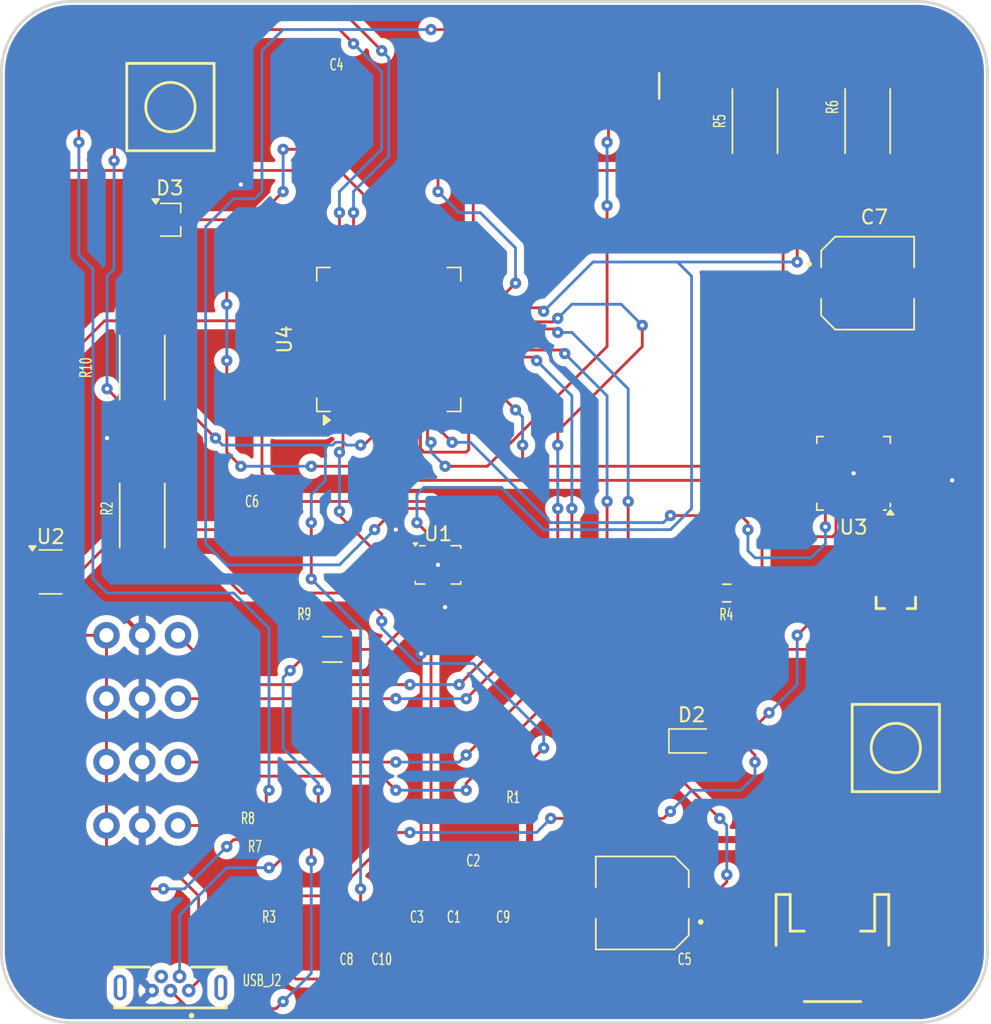
<source format=kicad_pcb>
(kicad_pcb (version 20241229) (generator "pcbnew") (generator_version "9.0")
  (title_block (title "STM32 Drone Flight Controller PCB") (date "2025-10-01") (rev "1") (company "sthabisoslushaba@gmail.com"))
  (layers (0 "F.Cu" signal) (2 "B.Cu" signal) (13 "F.Paste" user) (15 "B.Paste" user) (5 "F.SilkS" user "F.Silkscreen") (7 "B.SilkS" user "B.Silkscreen") (1 "F.Mask" user) (3 "B.Mask" user) (25 "Edge.Cuts" user))
  (net 0 "")
  (net 1 "GND")
  (net 2 "+BATT")
  (net 3 "+3.3V")
  (net 4 "Net-(U2-BP)")
  (net 5 "Net-(U4-NRST)")
  (net 6 "/V_{BATT}")
  (net 7 "/BATTERY_TO_ADC")
  (net 8 "/LED_{BATTERY}")
  (net 9 "Net-(D2-A)")
  (net 10 "/PWM_TO_ESC1")
  (net 11 "/PWM_TO_ESC2")
  (net 12 "/PWM_TO_ESC3")
  (net 13 "/PWM_TO_ESC4")
  (net 16 "/unconnected-(J2-SHIELD-PadS1)_1")
  (net 17 "/unconnected-(J2-SHIELD-PadS1)_1_1")
  (net 18 "Net-(J2-D-)")
  (net 20 "Net-(J2-D+)")
  (net 21 "Net-(Q2-D)")
  (net 22 "/SLAVE_SDA")
  (net 23 "/SLAVE_SCL")
  (net 24 "Net-(R1-Pad2)")
  (net 25 "/USB_D-")
  (net 26 "/USB_D+")
  (net 61 "/USART2_TX")
  (net 64 "/SLAVE_INT1")
  (net 66 "/USART2_RX")
  (net 69 "/unconnected-(U4-VSS-Pad18)_1")
  (net 71 "/unconnected-(U4-VSS-Pad18)_1_1")
  (footprint "Diode_SMD:D_SOD-323" (layer "F.Cu") (at 171 122.5)
    (property "Reference" "D2")
    (property "Value" "BAT60A")
  )
  (footprint "100nF_CAPC1005X55N:CAPC1005X55N" (layer "F.Cu") (at 145.5 136.5 90)
    (property "Reference" "C8")
    (property "Value" "0.1uF")
  )
  (footprint "100nF_CAPC1005X55N:CAPC1005X55N" (layer "F.Cu") (at 155 136.5 90)
    (property "Reference" "C1")
    (property "Value" "100nF")
  )
  (footprint "22OhmERJXGNJ220Y:RES_ERJXGNJ220Y" (layer "F.Cu") (at 141 127.5)
    (property "Reference" "R8")
    (property "Value" "22")
  )
  (footprint "100nF_CAPC1005X55N:CAPC1005X55N" (layer "F.Cu") (at 149 136.5 90)
    (property "Reference" "C10")
    (property "Value" "0.1uF")
  )
  (footprint "33kOhmsERJS02F3302X:RES_ERJS02F3302X" (layer "F.Cu") (at 159.5 126.5 90)
    (property "Reference" "R1")
    (property "Value" "R33k")
  )
  (footprint "Package_TO_SOT_SMD:SOT-23-5" (layer "F.Cu") (at 125.5 110.5)
    (property "Reference" "U2")
    (property "Value" "MIC5219-3.3YM5")
  )
  (footprint "SparkFun-Switch:Push_SMD_6.2x6.2mm" (layer "F.Cu") (at 185.5 123 90)
    (property "Reference" "SW1")
    (property "Value" "SMD_6.2x6.2mm_h7.0mm")
  )
  (footprint "10K_ERJS1TJ103U:RES_ERJS1TJ103U" (layer "F.Cu") (at 175.5 78.5 90)
    (property "Reference" "R5")
    (property "Value" "10k")
  )
  (footprint "SparkFun-Connector:JST_1x02_P2.0mm_Horizontal_SMD" (layer "F.Cu") (at 181 138 180)
    (property "Reference" "J1")
    (property "Value" "JST_2mm_LiPo")
  )
  (footprint "100kohmsCR0201-JW-104GLF:RESC0603X26N" (layer "F.Cu") (at 141 133.5 180)
    (property "Reference" "R3")
    (property "Value" "100k")
  )
  (footprint "10uF_EEEFN1J100L:CAP_EEEFN1J100L" (layer "F.Cu") (at 183.5 90)
    (property "Reference" "C7")
    (property "Value" "10uF")
  )
  (footprint "SparkFun-Semiconductor-Standard:SOT23-3" (layer "F.Cu") (at 185.5 112.4 -90)
    (property "Reference" "Q2")
    (property "Value" "PMOS_DGS")
  )
  (footprint "10uF_EEEFN1J100L:CAP_EEEFN1J100L" (layer "F.Cu") (at 167.5 134 180)
    (property "Reference" "C5")
    (property "Value" "10uF")
  )
  (footprint "22OhmERJXGNJ220Y:RES_ERJXGNJ220Y" (layer "F.Cu") (at 141 129.5 180)
    (property "Reference" "R7")
    (property "Value" "22")
  )
  (footprint "SparkFun-Connector:1x03_P2.54mm" (layer "F.Cu") (at 134.54 115 180)
    (property "Reference" "ESC4")
    (property "Value" "Conn_01x03_Pin")
  )
  (footprint "10K_ERJS1TJ103U:RES_ERJS1TJ103U" (layer "F.Cu") (at 132 96 90)
    (property "Reference" "R10")
    (property "Value" "10k")
  )
  (footprint "100nF_CAPC1005X55N:CAPC1005X55N" (layer "F.Cu") (at 151.85 136.5 90)
    (property "Reference" "C3")
    (property "Value" "100nF")
  )
  (footprint "1kOhmsERJU06J102V:RES_ERJU06J102V" (layer "F.Cu") (at 173.5 112 180)
    (property "Reference" "R4")
    (property "Value" "R1k")
  )
  (footprint "10nF_CL10B103KC8NNNC:CAPC1608X90N" (layer "F.Cu") (at 146 77)
    (property "Reference" "C4")
    (property "Value" "10nF")
  )
  (footprint "SparkFun-Connector:1x03_P2.54mm" (layer "F.Cu") (at 134.54 128.5 180)
    (property "Reference" "ESC3")
    (property "Value" "Conn_01x03_Pin")
  )
  (footprint "1K5OhmSG73P2BTTD1501F:RESC3216X70N" (layer "F.Cu") (at 145.5 116)
    (property "Reference" "R9")
    (property "Value" "1k5")
  )
  (footprint "Package_LGA:LGA-14_3x2.5mm_P0.5mm_LayoutBorder3x4y" (layer "F.Cu") (at 153 110)
    (property "Reference" "U1")
    (property "Value" "LSM6DS3")
  )
  (footprint "10K_ERJS1TJ103U:RES_ERJS1TJ103U" (layer "F.Cu") (at 183.5 78.5 90)
    (property "Reference" "R6")
    (property "Value" "10k")
  )
  (footprint "47uF_CL21A476MQYNNNE:CAPC2012X145N" (layer "F.Cu") (at 158.5 132 180)
    (property "Reference" "C2")
    (property "Value" "47uF")
  )
  (footprint "SparkFun-LED:LED_1206_3216Metric_Red" (layer "F.Cu") (at 166.5 76 180)
    (property "Reference" "D1")
    (property "Value" "LED")
  )
  (footprint "470pF_CL10B471KB8NNNC:CAPC1608X90N" (layer "F.Cu") (at 140 107.5)
    (property "Reference" "C6")
    (property "Value" "470pF")
  )
  (footprint "SparkFun-Connector:1x03_P2.54mm" (layer "F.Cu") (at 134.54 124 180)
    (property "Reference" "ESC1")
    (property "Value" "Conn_01x03_Pin")
  )
  (footprint "USB3131-30-0230-A_REVB:GCT_USB3131-30-0230-A_REVB" (layer "F.Cu") (at 134 140 180)
    (property "Reference" "USB_J2")
    (property "Value" "USB3131-30-0230-A_REVB" (hide yes))
  )
  (footprint "Package_QFP:LQFP-64_10x10mm_P0.5mm" (layer "F.Cu") (at 149.5 94 90)
    (property "Reference" "U4")
    (property "Value" "STM32F415RGTx")
  )
  (footprint "SparkFun-Switch:Push_SMD_6.2x6.2mm" (layer "F.Cu") (at 134 77.5 180)
    (property "Reference" "SW2")
    (property "Value" "SMD_6.2x6.2mm_h7.0mm")
  )
  (footprint "SparkFun-Connector:1x03_P2.54mm" (layer "F.Cu") (at 134.54 119.5 180)
    (property "Reference" "ESC2")
    (property "Value" "Conn_01x03_Pin")
  )
  (footprint "Package_TO_SOT_SMD:SOT-323_SC-70" (layer "F.Cu") (at 134 85.5)
    (property "Reference" "D3")
    (property "Value" "BAT54CW")
  )
  (footprint "10K_ERJS1TJ103U:RES_ERJS1TJ103U" (layer "F.Cu") (at 132 106.5 90)
    (property "Reference" "R2")
    (property "Value" "R10k")
  )
  (footprint "Package_DFN_QFN:QFN-32-1EP_5x5mm_P0.5mm_EP3.45x3.45mm" (layer "F.Cu") (at 182.5 103.5 180)
    (property "Reference" "U3")
    (property "Value" "ESP8266EX")
  )
  (footprint "100nF_CAPC1005X55N:CAPC1005X55N" (layer "F.Cu") (at 158.5 136.5 90)
    (property "Reference" "C9")
    (property "Value" "0.1uF")
  )
  (gr_line (start 192 135) (end 192 137.5) (stroke (width 0.2)) (layer "Edge.Cuts"))
  (gr_line (start 122 135) (end 122 137.5) (stroke (width 0.2)) (layer "Edge.Cuts"))
  (gr_line (start 187 142.5) (end 127 142.5) (stroke (width 0.2)) (layer "Edge.Cuts"))
  (gr_arc (start 127 142.5) (mid 123.464466 141.035534) (end 122 137.5) (stroke (width 0.2)) (layer "Edge.Cuts"))
  (gr_arc (start 192 137.5) (mid 190.535534 141.035534) (end 187 142.5) (stroke (width 0.2)) (layer "Edge.Cuts"))
  (gr_arc (start 122 75) (mid 123.464466 71.464466) (end 127 70) (stroke (width 0.2)) (layer "Edge.Cuts"))
  (gr_line (start 122 135) (end 122 75) (stroke (width 0.2)) (layer "Edge.Cuts"))
  (gr_arc (start 187 70) (mid 190.535534 71.464466) (end 192 75) (stroke (width 0.2)) (layer "Edge.Cuts"))
  (gr_line (start 192 75) (end 192 135) (stroke (width 0.2)) (layer "Edge.Cuts"))
  (gr_line (start 127 70) (end 187 70) (stroke (width 0.2)) (layer "Edge.Cuts"))
  (segment (start 149 136.068) (end 151.8 133.268) (width 0.2) (layer "F.Cu") (net 1))
  (segment (start 142.25 95.75) (end 142 96) (width 0.3) (layer "F.Cu") (net 1))
  (segment (start 131 114) (end 132 115) (width 0.3) (layer "F.Cu") (net 1))
  (segment (start 151.25 109.25) (end 151 109.5) (width 0.2) (layer "F.Cu") (net 1))
  (segment (start 124.3625 110.5) (end 125.035678 110.5) (width 0.3) (layer "F.Cu") (net 1))
  (segment (start 131 113) (end 131 114) (width 0.3) (layer "F.Cu") (net 1))
  (segment (start 125.624 111.088322) (end 125.624 111.811678) (width 0.3) (layer "F.Cu") (net 1))
  (segment (start 139 134.5) (end 140.568 136.068) (width 0.2) (layer "F.Cu") (net 1))
  (segment (start 143.825 95.75) (end 142.25 95.75) (width 0.3) (layer "F.Cu") (net 1))
  (segment (start 153.5 113) (end 153.5 112) (width 0.2) (layer "F.Cu") (net 1))
  (segment (start 125.624 111.811678) (end 126.812322 113) (width 0.3) (layer "F.Cu") (net 1))
  (segment (start 140.568 136.068) (end 145.5 136.068) (width 0.2) (layer "F.Cu") (net 1))
  (segment (start 151.8 133.268) (end 151.8 116.3) (width 0.2) (layer "F.Cu") (net 1))
  (segment (start 125.035678 110.5) (end 125.624 111.088322) (width 0.3) (layer "F.Cu") (net 1))
  (segment (start 126.812322 113) (end 131 113) (width 0.3) (layer "F.Cu") (net 1))
  (segment (start 153 110.9125) (end 153 111.5) (width 0.2) (layer "F.Cu") (net 1))
  (segment (start 153.5 112) (end 153.5 110.9125) (width 0.2) (layer "F.Cu") (net 1))
  (segment (start 140.719 133.5) (end 140 133.5) (width 0.2) (layer "F.Cu") (net 1))
  (segment (start 151.8375 109.25) (end 151.25 109.25) (width 0.2) (layer "F.Cu") (net 1))
  (segment (start 153 111.5) (end 153.5 112) (width 0.2) (layer "F.Cu") (net 1))
  (segment (start 140 133.5) (end 139 134.5) (width 0.2) (layer "F.Cu") (net 1))
  (via (at 153 110) (size 0.8) (drill 0.3) (layers "F.Cu" "B.Cu") (net 1))
  (via blind (at 151.8 116.3) (size 0.8) (drill 0.3) (layers "F.Cu" "B.Cu") (net 1))
  (via blind (at 153.5 113) (size 0.8) (drill 0.3) (layers "F.Cu" "B.Cu") (net 1))
  (via (at 139 83) (size 0.8) (drill 0.3) (layers "F.Cu" "B.Cu") (net 1))
  (via (at 182.5 103.5) (size 0.8) (drill 0.3) (layers "F.Cu" "B.Cu") (net 1))
  (via (at 150 107.5) (size 0.8) (drill 0.3) (layers "F.Cu" "B.Cu") (net 1))
  (via (at 129.5 101) (size 0.8) (drill 0.3) (layers "F.Cu" "B.Cu") (net 1))
  (via (at 189.5 104) (size 0.8) (drill 0.3) (layers "F.Cu" "B.Cu") (net 1))
  (segment (start 151.8 116.3) (end 153.2 116.3) (width 0.2) (layer "B.Cu") (net 1))
  (segment (start 153.2 116.3) (end 153.5 116) (width 0.2) (layer "B.Cu") (net 1))
  (segment (start 153.5 116) (end 153.5 113) (width 0.2) (layer "B.Cu") (net 1))
  (segment (start 123.45 111.45) (end 124.3625 111.45) (width 0.2) (layer "F.Cu") (net 2))
  (segment (start 173 135) (end 173 138) (width 0.2) (layer "F.Cu") (net 2))
  (segment (start 171.599 139.401) (end 142.901 139.401) (width 0.2) (layer "F.Cu") (net 2))
  (segment (start 172 134) (end 173.5 132.5) (width 0.2) (layer "F.Cu") (net 2))
  (segment (start 131 132) (end 134.5 132) (width 0.2) (layer "F.Cu") (net 2))
  (segment (start 146 82) (end 148.75 84.75) (width 0.2) (layer "F.Cu") (net 2))
  (segment (start 134.5 132) (end 136 133.5) (width 0.2) (layer "F.Cu") (net 2))
  (segment (start 126.5 82) (end 146 82) (width 0.2) (layer "F.Cu") (net 2))
  (segment (start 129.46 124) (end 129.46 128.5) (width 0.2) (layer "F.Cu") (net 2))
  (segment (start 123 110) (end 123 111) (width 0.2) (layer "F.Cu") (net 2))
  (segment (start 136 139.52) (end 135.3 140.22) (width 0.2) (layer "F.Cu") (net 2))
  (segment (start 169.95 120.05) (end 174 116) (width 0.2) (layer "F.Cu") (net 2))
  (segment (start 170 134) (end 172 134) (width 0.2) (layer "F.Cu") (net 2))
  (segment (start 173 138) (end 171.599 139.401) (width 0.2) (layer "F.Cu") (net 2))
  (segment (start 172 134) (end 173 135) (width 0.2) (layer "F.Cu") (net 2))
  (segment (start 129.46 119.5) (end 129.46 124) (width 0.2) (layer "F.Cu") (net 2))
  (segment (start 173.5 132.5) (end 173.5 132) (width 0.2) (layer "F.Cu") (net 2))
  (segment (start 123.45 109.55) (end 123 110) (width 0.2) (layer "F.Cu") (net 2))
  (segment (start 183 116) (end 185.5 113.5) (width 0.2) (layer "F.Cu") (net 2))
  (segment (start 124.3625 113.3625) (end 126 115) (width 0.2) (layer "F.Cu") (net 2))
  (segment (start 139.5 136) (end 136 136) (width 0.2) (layer "F.Cu") (net 2))
  (segment (start 169.95 122.5) (end 169.95 124.95) (width 0.2) (layer "F.Cu") (net 2))
  (segment (start 124.3625 84.1375) (end 126.5 82) (width 0.2) (layer "F.Cu") (net 2))
  (segment (start 123 111) (end 123.45 111.45) (width 0.2) (layer "F.Cu") (net 2))
  (segment (start 169.95 124.95) (end 173 128) (width 0.2) (layer "F.Cu") (net 2))
  (segment (start 126 115) (end 129.46 115) (width 0.2) (layer "F.Cu") (net 2))
  (segment (start 124.3625 111.45) (end 124.3625 113.3625) (width 0.2) (layer "F.Cu") (net 2))
  (segment (start 129.46 130.46) (end 131 132) (width 0.2) (layer "F.Cu") (net 2))
  (segment (start 136 136) (end 136 139.52) (width 0.2) (layer "F.Cu") (net 2))
  (segment (start 124.3625 109.55) (end 123.45 109.55) (width 0.2) (layer "F.Cu") (net 2))
  (segment (start 129.46 128.5) (end 129.46 130.46) (width 0.2) (layer "F.Cu") (net 2))
  (segment (start 136 133.5) (end 136 136) (width 0.2) (layer "F.Cu") (net 2))
  (segment (start 124.3625 109.55) (end 124.3625 84.1375) (width 0.2) (layer "F.Cu") (net 2))
  (segment (start 174 116) (end 183 116) (width 0.2) (layer "F.Cu") (net 2))
  (segment (start 142.901 139.401) (end 139.5 136) (width 0.2) (layer "F.Cu") (net 2))
  (segment (start 129.46 115) (end 129.46 119.5) (width 0.2) (layer "F.Cu") (net 2))
  (segment (start 148.75 84.75) (end 148.75 88.325) (width 0.2) (layer "F.Cu") (net 2))
  (segment (start 169.95 122.5) (end 169.95 120.05) (width 0.2) (layer "F.Cu") (net 2))
  (via blind (at 173.5 132) (size 0.8) (drill 0.3) (layers "F.Cu" "B.Cu") (net 2))
  (via blind (at 173 128) (size 0.8) (drill 0.3) (layers "F.Cu" "B.Cu") (net 2))
  (segment (start 173.5 132) (end 173.5 128.5) (width 0.2) (layer "B.Cu") (net 2))
  (segment (start 173.5 128.5) (end 173 128) (width 0.2) (layer "B.Cu") (net 2))
  (segment (start 155.175 99.675) (end 155.175 100) (width 0.2) (layer "F.Cu") (net 3))
  (segment (start 154.5 114) (end 154.5 111.0875) (width 0.2) (layer "F.Cu") (net 3))
  (segment (start 177.5 100) (end 179.25 101.75) (width 0.2) (layer "F.Cu") (net 3))
  (segment (start 185.676 104.964798) (end 185.676 104.535202) (width 0.2) (layer "F.Cu") (net 3))
  (segment (start 152 113) (end 152.5 113) (width 0.2) (layer "F.Cu") (net 3))
  (segment (start 155 102) (end 155.175 101.825) (width 0.2) (layer "F.Cu") (net 3))
  (segment (start 177.5 99) (end 177.5 100) (width 0.2) (layer "F.Cu") (net 3))
  (segment (start 185.676 104.535202) (end 185.390798 104.25) (width 0.2) (layer "F.Cu") (net 3))
  (segment (start 152.5 105.5) (end 142.5 105.5) (width 0.2) (layer "F.Cu") (net 3))
  (segment (start 179.25 101.75) (end 180.0625 101.75) (width 0.2) (layer "F.Cu") (net 3))
  (segment (start 145.5 136.932) (end 145.5 138.5) (width 0.2) (layer "F.Cu") (net 3))
  (segment (start 177.5 90.5) (end 177.5 84.5) (width 0.2) (layer "F.Cu") (net 3))
  (segment (start 185.390798 105.25) (end 185.676 104.964798) (width 0.2) (layer "F.Cu") (net 3))
  (segment (start 184.9375 105.25) (end 185.390798 105.25) (width 0.2) (layer "F.Cu") (net 3))
  (segment (start 154.25 96.75) (end 153.5 97.5) (width 0.2) (layer "F.Cu") (net 3))
  (segment (start 175.325 82) (end 175.5 81.825) (width 0.2) (layer "F.Cu") (net 3))
  (segment (start 177.5 84.5) (end 180.825 84.5) (width 0.2) (layer "F.Cu") (net 3))
  (segment (start 141.5 100.5) (end 140.5 99.5) (width 0.2) (layer "F.Cu") (net 3))
  (segment (start 152 102) (end 155 102) (width 0.2) (layer "F.Cu") (net 3))
  (segment (start 156.5 76) (end 157.472 76) (width 0.2) (layer "F.Cu") (net 3))
  (segment (start 145.75 99.675) (end 145.75 98.866176) (width 0.2) (layer "F.Cu") (net 3))
  (segment (start 151 139) (end 151.85 138.15) (width 0.2) (layer "F.Cu") (net 3))
  (segment (start 157.472 79.972) (end 159.5 82) (width 0.2) (layer "F.Cu") (net 3))
  (segment (start 181.640798 99) (end 177.5 99) (width 0.2) (layer "F.Cu") (net 3))
  (segment (start 152.5 136.37601) (end 151.94401 136.932) (width 0.2) (layer "F.Cu") (net 3))
  (segment (start 180.825 84.5) (end 181 84.325) (width 0.2) (layer "F.Cu") (net 3))
  (segment (start 178 90) (end 177.5 90.5) (width 0.2) (layer "F.Cu") (net 3))
  (segment (start 129.325 92.675) (end 132 92.675) (width 0.2) (layer "F.Cu") (net 3))
  (segment (start 183.25 100.609202) (end 181.640798 99) (width 0.2) (layer "F.Cu") (net 3))
  (segment (start 152.5 114) (end 152.5 114.5) (width 0.2) (layer "F.Cu") (net 3))
  (segment (start 187.5 102.5) (end 186.75 103.25) (width 0.2) (layer "F.Cu") (net 3))
  (segment (start 155.5 110.5) (end 155.25 110.75) (width 0.2) (layer "F.Cu") (net 3))
  (segment (start 131.5 86.5) (end 131.5 92.175) (width 0.2) (layer "F.Cu") (net 3))
  (segment (start 154 107.5) (end 155.5 107.5) (width 0.2) (layer "F.Cu") (net 3))
  (segment (start 127 109.1875) (end 127 95) (width 0.2) (layer "F.Cu") (net 3))
  (segment (start 183.535202 106.676) (end 184.464798 106.676) (width 0.2) (layer "F.Cu") (net 3))
  (segment (start 146.616176 98) (end 151 98) (width 0.2) (layer "F.Cu") (net 3))
  (segment (start 183.25 101.0625) (end 183.25 100.609202) (width 0.2) (layer "F.Cu") (net 3))
  (segment (start 183.25 105.9375) (end 183.25 106.390798) (width 0.2) (layer "F.Cu") (net 3))
  (segment (start 177 84.5) (end 177.5 84.5) (width 0.2) (layer "F.Cu") (net 3))
  (segment (start 155.175 90.25) (end 154.366176 90.25) (width 0.2) (layer "F.Cu") (net 3))
  (segment (start 142.5 105.5) (end 140.5 103.5) (width 0.2) (layer "F.Cu") (net 3))
  (segment (start 140.175 92.675) (end 132 92.675) (width 0.2) (layer "F.Cu") (net 3))
  (segment (start 151.94401 136.932) (end 151.85 136.932) (width 0.2) (layer "F.Cu") (net 3))
  (segment (start 140.5 103.5) (end 140.5 99.5) (width 0.2) (layer "F.Cu") (net 3))
  (segment (start 182.75 105.9375) (end 183.25 105.9375) (width 0.2) (layer "F.Cu") (net 3))
  (segment (start 151.75 99.675) (end 151.75 101.75) (width 0.2) (layer "F.Cu") (net 3))
  (segment (start 152.5 114) (end 153 114.5) (width 0.2) (layer "F.Cu") (net 3))
  (segment (start 155 136.932) (end 151.85 136.932) (width 0.2) (layer "F.Cu") (net 3))
  (segment (start 140.5 96.5) (end 140.5 93) (width 0.2) (layer "F.Cu") (net 3))
  (segment (start 184.9375 104.25) (end 184.9375 103.75) (width 0.2) (layer "F.Cu") (net 3))
  (segment (start 184.464798 106.676) (end 184.9375 106.203298) (width 0.2) (layer "F.Cu") (net 3))
  (segment (start 177.5 90.5) (end 177.5 99) (width 0.2) (layer "F.Cu") (net 3))
  (segment (start 145.75 88.325) (end 141.175 88.325) (width 0.2) (layer "F.Cu") (net 3))
  (segment (start 153 114.5) (end 154 114.5) (width 0.2) (layer "F.Cu") (net 3))
  (segment (start 155.175 101.825) (end 155.175 100) (width 0.2) (layer "F.Cu") (net 3))
  (segment (start 145.75 98.866176) (end 146.616176 98) (width 0.2) (layer "F.Cu") (net 3))
  (segment (start 140.5 89) (end 140.5 93) (width 0.2) (layer "F.Cu") (net 3))
  (segment (start 131.85 86.15) (end 131.5 86.5) (width 0.2) (layer "F.Cu") (net 3))
  (segment (start 185.390798 104.25) (end 184.9375 104.25) (width 0.2) (layer "F.Cu") (net 3))
  (segment (start 154.25 96.75) (end 155.175 96.75) (width 0.2) (layer "F.Cu") (net 3))
  (segment (start 154.366176 90.25) (end 153.5 91.116176) (width 0.2) (layer "F.Cu") (net 3))
  (segment (start 153.5 98) (end 155.175 99.675) (width 0.2) (layer "F.Cu") (net 3))
  (segment (start 141.75 97.75) (end 140.5 96.5) (width 0.2) (layer "F.Cu") (net 3))
  (segment (start 143.825 97.75) (end 141.75 97.75) (width 0.2) (layer "F.Cu") (net 3))
  (segment (start 175.5 81.825) (end 175.5 83) (width 0.2) (layer "F.Cu") (net 3))
  (segment (start 155.5 107.5) (end 155.5 110.5) (width 0.2) (layer "F.Cu") (net 3))
  (segment (start 153.5 107) (end 154 107.5) (width 0.2) (layer "F.Cu") (net 3))
  (segment (start 152.5 114.5) (end 152.5 136.37601) (width 0.2) (layer "F.Cu") (net 3))
  (segment (start 159.5 82) (end 175.325 82) (width 0.2) (layer "F.Cu") (net 3))
  (segment (start 127 95) (end 129.325 92.675) (width 0.2) (layer "F.Cu") (net 3))
  (segment (start 151.85 138.15) (end 151.85 136.932) (width 0.2) (layer "F.Cu") (net 3))
  (segment (start 187 99) (end 187.5 99.5) (width 0.2) (layer "F.Cu") (net 3))
  (segment (start 187.5 99.5) (end 187.5 102.5) (width 0.2) (layer "F.Cu") (net 3))
  (segment (start 156.032824 96.799) (end 155.175 96.799) (width 0.2) (layer "F.Cu") (net 3))
  (segment (start 155.5 89.925) (end 155.5 77) (width 0.2) (layer "F.Cu") (net 3))
  (segment (start 151.75 101.75) (end 152 102) (width 0.2) (layer "F.Cu") (net 3))
  (segment (start 153.5 91.116176) (end 153.5 96) (width 0.2) (layer "F.Cu") (net 3))
  (segment (start 184.9375 106.203298) (end 184.9375 105.25) (width 0.2) (layer "F.Cu") (net 3))
  (segment (start 149 116) (end 152 113) (width 0.2) (layer "F.Cu") (net 3))
  (segment (start 141.175 88.325) (end 140.5 89) (width 0.2) (layer "F.Cu") (net 3))
  (segment (start 181 90) (end 178 90) (width 0.2) (layer "F.Cu") (net 3))
  (segment (start 181 84.325) (end 183.5 81.825) (width 0.2) (layer "F.Cu") (net 3))
  (segment (start 184.9375 103.75) (end 184.9375 103.25) (width 0.2) (layer "F.Cu") (net 3))
  (segment (start 157.472 76) (end 157.472 79.972) (width 0.2) (layer "F.Cu") (net 3))
  (segment (start 145.5 138.5) (end 146 139) (width 0.2) (layer "F.Cu") (net 3))
  (segment (start 155.175 90.25) (end 155.5 89.925) (width 0.2) (layer "F.Cu") (net 3))
  (segment (start 153.5 97.5) (end 153.5 98) (width 0.2) (layer "F.Cu") (net 3))
  (segment (start 154.5 111.0875) (end 154.1625 110.75) (width 0.2) (layer "F.Cu") (net 3))
  (segment (start 183.25 106.390798) (end 183.535202 106.676) (width 0.2) (layer "F.Cu") (net 3))
  (segment (start 155 136.932) (end 158.5 136.932) (width 0.2) (layer "F.Cu") (net 3))
  (segment (start 151.799 99.675) (end 151.75 99.675) (width 0.2) (layer "F.Cu") (net 3))
  (segment (start 145.75 99.675) (end 144.925 100.5) (width 0.2) (layer "F.Cu") (net 3))
  (segment (start 181.640798 99) (end 187 99) (width 0.2) (layer "F.Cu") (net 3))
  (segment (start 131.5 92.175) (end 132 92.675) (width 0.2) (layer "F.Cu") (net 3))
  (segment (start 133 86.15) (end 131.85 86.15) (width 0.2) (layer "F.Cu") (net 3))
  (segment (start 152.5 113) (end 152.5 114) (width 0.2) (layer "F.Cu") (net 3))
  (segment (start 153.5 109.0875) (end 153.5 108) (width 0.2) (layer "F.Cu") (net 3))
  (segment (start 151 98) (end 151.75 98.75) (width 0.2) (layer "F.Cu") (net 3))
  (segment (start 175.5 83) (end 177 84.5) (width 0.2) (layer "F.Cu") (net 3))
  (segment (start 151.75 98.75) (end 151.75 99.675) (width 0.2) (layer "F.Cu") (net 3))
  (segment (start 155.25 110.75) (end 154.1625 110.75) (width 0.2) (layer "F.Cu") (net 3))
  (segment (start 153.5 96) (end 154.25 96.75) (width 0.2) (layer "F.Cu") (net 3))
  (segment (start 155.5 77) (end 156.5 76) (width 0.2) (layer "F.Cu") (net 3))
  (segment (start 153.5 106.5) (end 152.5 105.5) (width 0.2) (layer "F.Cu") (net 3))
  (segment (start 140.5 93) (end 140.175 92.675) (width 0.2) (layer "F.Cu") (net 3))
  (segment (start 154 114.5) (end 154.5 114) (width 0.2) (layer "F.Cu") (net 3))
  (segment (start 144.925 100.5) (end 141.5 100.5) (width 0.2) (layer "F.Cu") (net 3))
  (segment (start 147.028 116) (end 149 116) (width 0.2) (layer "F.Cu") (net 3))
  (segment (start 126.6375 109.55) (end 127 109.1875) (width 0.2) (layer "F.Cu") (net 3))
  (segment (start 153.5 108) (end 153.5 106.5) (width 0.2) (layer "F.Cu") (net 3))
  (segment (start 186.75 103.25) (end 184.9375 103.25) (width 0.2) (layer "F.Cu") (net 3))
  (segment (start 152.5 110.9125) (end 152.5 113) (width 0.2) (layer "F.Cu") (net 3))
  (segment (start 146 139) (end 151 139) (width 0.2) (layer "F.Cu") (net 3))
  (segment (start 140.5 99.5) (end 140.5 96.5) (width 0.2) (layer "F.Cu") (net 3))
  (segment (start 155.175 96.799) (end 155.175 96.75) (width 0.2) (layer "F.Cu") (net 3))
  (segment (start 126.6375 111.45) (end 130.5875 107.5) (width 0.2) (layer "F.Cu") (net 4))
  (segment (start 130.5875 107.5) (end 139.22 107.5) (width 0.2) (layer "F.Cu") (net 4))
  (segment (start 129.5 97.5) (end 131.325 99.325) (width 0.2) (layer "F.Cu") (net 5))
  (segment (start 147.932 136.932) (end 147.5 136.5) (width 0.2) (layer "F.Cu") (net 5))
  (segment (start 149 136.932) (end 147.932 136.932) (width 0.2) (layer "F.Cu") (net 5))
  (segment (start 147.5 101.5) (end 147.733824 101.5) (width 0.2) (layer "F.Cu") (net 5))
  (segment (start 147.733824 101.5) (end 148.75 100.483824) (width 0.2) (layer "F.Cu") (net 5))
  (segment (start 144 111) (end 144 107) (width 0.2) (layer "F.Cu") (net 5))
  (segment (start 130.025 79.75) (end 130.025 81.275) (width 0.2) (layer "F.Cu") (net 5))
  (segment (start 132 99.325) (end 135.525 99.325) (width 0.2) (layer "F.Cu") (net 5))
  (segment (start 148.75 100.483824) (end 148.75 99.675) (width 0.2) (layer "F.Cu") (net 5))
  (segment (start 130.025 81.275) (end 130 81.3) (width 0.2) (layer "F.Cu") (net 5))
  (segment (start 130.025 79.75) (end 137.975 79.75) (width 0.2) (layer "F.Cu") (net 5))
  (segment (start 135.525 99.325) (end 137.2 101) (width 0.2) (layer "F.Cu") (net 5))
  (segment (start 147.5 136.5) (end 147.5 133) (width 0.2) (layer "F.Cu") (net 5))
  (segment (start 131.325 99.325) (end 132 99.325) (width 0.2) (layer "F.Cu") (net 5))
  (via blind (at 144 107) (size 0.8) (drill 0.3) (layers "F.Cu" "B.Cu") (net 5))
  (via blind (at 130 81.3) (size 0.8) (drill 0.3) (layers "F.Cu" "B.Cu") (net 5))
  (via blind (at 129.5 97.5) (size 0.8) (drill 0.3) (layers "F.Cu" "B.Cu") (net 5))
  (via blind (at 144 111) (size 0.8) (drill 0.3) (layers "F.Cu" "B.Cu") (net 5))
  (via blind (at 147.5 101.5) (size 0.8) (drill 0.3) (layers "F.Cu" "B.Cu") (net 5))
  (via blind (at 147.5 133) (size 0.8) (drill 0.3) (layers "F.Cu" "B.Cu") (net 5))
  (via blind (at 137.2 101) (size 0.8) (drill 0.3) (layers "F.Cu" "B.Cu") (net 5))
  (segment (start 137.2 101) (end 137.7 101.5) (width 0.2) (layer "B.Cu") (net 5))
  (segment (start 145.508636 101.5) (end 145.709636 101.299) (width 0.2) (layer "B.Cu") (net 5))
  (segment (start 144 107) (end 144 105) (width 0.2) (layer "B.Cu") (net 5))
  (segment (start 146.491364 101.5) (end 147.5 101.5) (width 0.2) (layer "B.Cu") (net 5))
  (segment (start 130 89) (end 129.5 89.5) (width 0.2) (layer "B.Cu") (net 5))
  (segment (start 145 104) (end 145 101.5) (width 0.2) (layer "B.Cu") (net 5))
  (segment (start 145 101.5) (end 145.508636 101.5) (width 0.2) (layer "B.Cu") (net 5))
  (segment (start 137.7 101.5) (end 145 101.5) (width 0.2) (layer "B.Cu") (net 5))
  (segment (start 147.5 114.5) (end 144 111) (width 0.2) (layer "B.Cu") (net 5))
  (segment (start 144 105) (end 145 104) (width 0.2) (layer "B.Cu") (net 5))
  (segment (start 129.5 89.5) (end 129.5 97.5) (width 0.2) (layer "B.Cu") (net 5))
  (segment (start 145.709636 101.299) (end 146.290364 101.299) (width 0.2) (layer "B.Cu") (net 5))
  (segment (start 147.5 133) (end 147.5 114.5) (width 0.2) (layer "B.Cu") (net 5))
  (segment (start 130 81.3) (end 130 89) (width 0.2) (layer "B.Cu") (net 5))
  (segment (start 146.290364 101.299) (end 146.491364 101.5) (width 0.2) (layer "B.Cu") (net 5))
  (segment (start 176 129.5) (end 180 133.5) (width 0.5) (layer "F.Cu") (net 6))
  (segment (start 180 128) (end 180 134.8) (width 0.5) (layer "F.Cu") (net 6))
  (segment (start 159.5 131.9) (end 159.4 132) (width 0.5) (layer "F.Cu") (net 6))
  (segment (start 183.25 119.025) (end 183.25 126.975) (width 0.5) (layer "F.Cu") (net 6))
  (segment (start 180 133.5) (end 180 134.8) (width 0.5) (layer "F.Cu") (net 6))
  (segment (start 183.25 126.975) (end 181.025 126.975) (width 0.5) (layer "F.Cu") (net 6))
  (segment (start 159.5 127.012) (end 159.5 131.9) (width 0.5) (layer "F.Cu") (net 6))
  (segment (start 181.025 126.975) (end 180 128) (width 0.5) (layer "F.Cu") (net 6))
  (segment (start 159.5 131.512) (end 161.512 129.5) (width 0.5) (layer "F.Cu") (net 6))
  (segment (start 161.512 129.5) (end 176 129.5) (width 0.5) (layer "F.Cu") (net 6))
  (segment (start 149.25 99.675) (end 149.25 101.25) (width 0.2) (layer "F.Cu") (net 7))
  (segment (start 147.5 103) (end 148.5 104) (width 0.2) (layer "F.Cu") (net 7))
  (segment (start 138 91.5) (end 138 85.5) (width 0.2) (layer "F.Cu") (net 7))
  (segment (start 148.5 104) (end 174 104) (width 0.2) (layer "F.Cu") (net 7))
  (segment (start 138 85.5) (end 140 85.5) (width 0.2) (layer "F.Cu") (net 7))
  (segment (start 139 103) (end 138 102) (width 0.2) (layer "F.Cu") (net 7))
  (segment (start 135 85.5) (end 138 85.5) (width 0.2) (layer "F.Cu") (net 7))
  (segment (start 145.22 77) (end 145.22 78.78) (width 0.2) (layer "F.Cu") (net 7))
  (segment (start 147.5 103) (end 144 103) (width 0.2) (layer "F.Cu") (net 7))
  (segment (start 140 85.5) (end 142 83.5) (width 0.2) (layer "F.Cu") (net 7))
  (segment (start 138 102) (end 138 95.5) (width 0.2) (layer "F.Cu") (net 7))
  (segment (start 174 104) (end 176 106) (width 0.2) (layer "F.Cu") (net 7))
  (segment (start 176 106) (end 176 110.675) (width 0.2) (layer "F.Cu") (net 7))
  (segment (start 176 110.675) (end 174.675 112) (width 0.2) (layer "F.Cu") (net 7))
  (segment (start 145.22 78.78) (end 143.5 80.5) (width 0.2) (layer "F.Cu") (net 7))
  (segment (start 143.5 80.5) (end 142 80.5) (width 0.2) (layer "F.Cu") (net 7))
  (segment (start 149.25 101.25) (end 147.5 103) (width 0.2) (layer "F.Cu") (net 7))
  (via blind (at 142 80.5) (size 0.8) (drill 0.3) (layers "F.Cu" "B.Cu") (net 7))
  (via blind (at 139 103) (size 0.8) (drill 0.3) (layers "F.Cu" "B.Cu") (net 7))
  (via blind (at 138 91.5) (size 0.8) (drill 0.3) (layers "F.Cu" "B.Cu") (net 7))
  (via blind (at 142 83.5) (size 0.8) (drill 0.3) (layers "F.Cu" "B.Cu") (net 7))
  (via blind (at 144 103) (size 0.8) (drill 0.3) (layers "F.Cu" "B.Cu") (net 7))
  (via blind (at 138 95.5) (size 0.8) (drill 0.3) (layers "F.Cu" "B.Cu") (net 7))
  (segment (start 144 103) (end 139 103) (width 0.2) (layer "B.Cu") (net 7))
  (segment (start 142 83.5) (end 142 80.5) (width 0.2) (layer "B.Cu") (net 7))
  (segment (start 138 95.5) (end 138 91.5) (width 0.2) (layer "B.Cu") (net 7))
  (segment (start 156.5 103) (end 154 103) (width 0.2) (layer "F.Cu") (net 8))
  (segment (start 159 100.5) (end 157 102.5) (width 0.2) (layer "F.Cu") (net 8))
  (segment (start 165 94.5) (end 159 100.5) (width 0.2) (layer "F.Cu") (net 8))
  (segment (start 154 103) (end 153.5 103) (width 0.2) (layer "F.Cu") (net 8))
  (segment (start 152.5 101.3) (end 152.25 101.05) (width 0.2) (layer "F.Cu") (net 8))
  (segment (start 165.1 76) (end 165.1 79.9) (width 0.2) (layer "F.Cu") (net 8))
  (segment (start 157 102.5) (end 156.5 103) (width 0.2) (layer "F.Cu") (net 8))
  (segment (start 165.1 79.9) (end 165 80) (width 0.2) (layer "F.Cu") (net 8))
  (segment (start 165 84.5) (end 165 94.5) (width 0.2) (layer "F.Cu") (net 8))
  (segment (start 152.25 101.05) (end 152.25 99.675) (width 0.2) (layer "F.Cu") (net 8))
  (via blind (at 153.5 103) (size 0.8) (drill 0.3) (layers "F.Cu" "B.Cu") (net 8))
  (via blind (at 165 80) (size 0.8) (drill 0.3) (layers "F.Cu" "B.Cu") (net 8))
  (via blind (at 152.5 101.3) (size 0.8) (drill 0.3) (layers "F.Cu" "B.Cu") (net 8))
  (via blind (at 165 84.5) (size 0.8) (drill 0.3) (layers "F.Cu" "B.Cu") (net 8))
  (segment (start 165 80) (end 165 84.5) (width 0.2) (layer "B.Cu") (net 8))
  (segment (start 152.5 102) (end 152.5 101.3) (width 0.2) (layer "B.Cu") (net 8))
  (segment (start 153.5 103) (end 152.5 102) (width 0.2) (layer "B.Cu") (net 8))
  (segment (start 176.5 120.5) (end 174.5 122.5) (width 0.2) (layer "F.Cu") (net 9))
  (segment (start 175.5 123.5) (end 174.5 122.5) (width 0.2) (layer "F.Cu") (net 9))
  (segment (start 169 128) (end 169.5 127.5) (width 0.2) (layer "F.Cu") (net 9))
  (segment (start 141.281 133.5) (end 145.5 133.5) (width 0.2) (layer "F.Cu") (net 9))
  (segment (start 174.5 122.5) (end 172.05 122.5) (width 0.2) (layer "F.Cu") (net 9))
  (segment (start 145.5 133.5) (end 150 129) (width 0.2) (layer "F.Cu") (net 9))
  (segment (start 161 128) (end 169 128) (width 0.2) (layer "F.Cu") (net 9))
  (segment (start 150 129) (end 151 129) (width 0.2) (layer "F.Cu") (net 9))
  (segment (start 184.55 111.4) (end 182.1 111.4) (width 0.2) (layer "F.Cu") (net 9))
  (segment (start 175.5 124) (end 175.5 123.5) (width 0.2) (layer "F.Cu") (net 9))
  (segment (start 182.1 111.4) (end 178.5 115) (width 0.2) (layer "F.Cu") (net 9))
  (via blind (at 161 128) (size 0.8) (drill 0.3) (layers "F.Cu" "B.Cu") (net 9))
  (via blind (at 176.5 120.5) (size 0.8) (drill 0.3) (layers "F.Cu" "B.Cu") (net 9))
  (via blind (at 169.5 127.5) (size 0.8) (drill 0.3) (layers "F.Cu" "B.Cu") (net 9))
  (via blind (at 178.5 115) (size 0.8) (drill 0.3) (layers "F.Cu" "B.Cu") (net 9))
  (via blind (at 151 129) (size 0.8) (drill 0.3) (layers "F.Cu" "B.Cu") (net 9))
  (via blind (at 175.5 124) (size 0.8) (drill 0.3) (layers "F.Cu" "B.Cu") (net 9))
  (segment (start 178.5 115) (end 178.5 118.5) (width 0.2) (layer "B.Cu") (net 9))
  (segment (start 174.5 126) (end 175.5 125) (width 0.2) (layer "B.Cu") (net 9))
  (segment (start 178 119) (end 176.5 120.5) (width 0.2) (layer "B.Cu") (net 9))
  (segment (start 178.5 118.5) (end 178 119) (width 0.2) (layer "B.Cu") (net 9))
  (segment (start 151 129) (end 160 129) (width 0.2) (layer "B.Cu") (net 9))
  (segment (start 160 129) (end 161 128) (width 0.2) (layer "B.Cu") (net 9))
  (segment (start 171 126) (end 174.5 126) (width 0.2) (layer "B.Cu") (net 9))
  (segment (start 169.5 127.5) (end 171 126) (width 0.2) (layer "B.Cu") (net 9))
  (segment (start 175.5 125) (end 175.5 124) (width 0.2) (layer "B.Cu") (net 9))
  (segment (start 160 95.5) (end 159.75 95.25) (width 0.2) (layer "F.Cu") (net 10))
  (segment (start 162.5 112) (end 162.5 106) (width 0.2) (layer "F.Cu") (net 10))
  (segment (start 134.54 119.5) (end 150 119.5) (width 0.2) (layer "F.Cu") (net 10))
  (segment (start 159.75 95.25) (end 155.175 95.25) (width 0.2) (layer "F.Cu") (net 10))
  (segment (start 155 119.5) (end 162.5 112) (width 0.2) (layer "F.Cu") (net 10))
  (via blind (at 162.5 106) (size 0.8) (drill 0.3) (layers "F.Cu" "B.Cu") (net 10))
  (via blind (at 155 119.5) (size 0.8) (drill 0.3) (layers "F.Cu" "B.Cu") (net 10))
  (via blind (at 160 95.5) (size 0.8) (drill 0.3) (layers "F.Cu" "B.Cu") (net 10))
  (via blind (at 150 119.5) (size 0.8) (drill 0.3) (layers "F.Cu" "B.Cu") (net 10))
  (segment (start 162.5 106) (end 162.5 98) (width 0.2) (layer "B.Cu") (net 10))
  (segment (start 150 119.5) (end 155 119.5) (width 0.2) (layer "B.Cu") (net 10))
  (segment (start 162.5 98) (end 160 95.5) (width 0.2) (layer "B.Cu") (net 10))
  (segment (start 161.75 94.75) (end 155.175 94.75) (width 0.2) (layer "F.Cu") (net 11))
  (segment (start 162 95) (end 161.75 94.75) (width 0.2) (layer "F.Cu") (net 11))
  (segment (start 155 123.5) (end 165 113.5) (width 0.2) (layer "F.Cu") (net 11))
  (segment (start 134.54 124) (end 150 124) (width 0.2) (layer "F.Cu") (net 11))
  (segment (start 165 113.5) (end 165 105.5) (width 0.2) (layer "F.Cu") (net 11))
  (via blind (at 165 105.5) (size 0.8) (drill 0.3) (layers "F.Cu" "B.Cu") (net 11))
  (via blind (at 150 124) (size 0.8) (drill 0.3) (layers "F.Cu" "B.Cu") (net 11))
  (via blind (at 155 123.5) (size 0.8) (drill 0.3) (layers "F.Cu" "B.Cu") (net 11))
  (via blind (at 162 95) (size 0.8) (drill 0.3) (layers "F.Cu" "B.Cu") (net 11))
  (segment (start 150 124) (end 154.5 124) (width 0.2) (layer "B.Cu") (net 11))
  (segment (start 154.5 124) (end 155 123.5) (width 0.2) (layer "B.Cu") (net 11))
  (segment (start 165 98) (end 162 95) (width 0.2) (layer "B.Cu") (net 11))
  (segment (start 165 105.5) (end 165 98) (width 0.2) (layer "B.Cu") (net 11))
  (segment (start 161.5 93.5) (end 161.25 93.25) (width 0.2) (layer "F.Cu") (net 12))
  (segment (start 155 126) (end 155 125.5) (width 0.2) (layer "F.Cu") (net 12))
  (segment (start 136 128.5) (end 139.5 125) (width 0.2) (layer "F.Cu") (net 12))
  (segment (start 139.5 125) (end 149 125) (width 0.2) (layer "F.Cu") (net 12))
  (segment (start 161.25 93.25) (end 155.175 93.25) (width 0.2) (layer "F.Cu") (net 12))
  (segment (start 149 125) (end 150 126) (width 0.2) (layer "F.Cu") (net 12))
  (segment (start 155 125.5) (end 166.5 114) (width 0.2) (layer "F.Cu") (net 12))
  (segment (start 166.5 114) (end 166.5 105.5) (width 0.2) (layer "F.Cu") (net 12))
  (segment (start 134.54 128.5) (end 136 128.5) (width 0.2) (layer "F.Cu") (net 12))
  (via blind (at 150 126) (size 0.8) (drill 0.3) (layers "F.Cu" "B.Cu") (net 12))
  (via blind (at 155 126) (size 0.8) (drill 0.3) (layers "F.Cu" "B.Cu") (net 12))
  (via blind (at 161.5 93.5) (size 0.8) (drill 0.3) (layers "F.Cu" "B.Cu") (net 12))
  (via blind (at 166.5 105.5) (size 0.8) (drill 0.3) (layers "F.Cu" "B.Cu") (net 12))
  (segment (start 150 126) (end 155 126) (width 0.2) (layer "B.Cu") (net 12))
  (segment (start 166.5 105.5) (end 166.5 97.5) (width 0.2) (layer "B.Cu") (net 12))
  (segment (start 162.5 93.5) (end 161.5 93.5) (width 0.2) (layer "B.Cu") (net 12))
  (segment (start 166.5 97.5) (end 162.5 93.5) (width 0.2) (layer "B.Cu") (net 12))
  (segment (start 138.04 118.5) (end 139 118.5) (width 0.2) (layer "F.Cu") (net 13))
  (segment (start 139 118.5) (end 151 118.5) (width 0.2) (layer "F.Cu") (net 13))
  (segment (start 134.54 115) (end 138.04 118.5) (width 0.2) (layer "F.Cu") (net 13))
  (segment (start 167.5 94.5) (end 167.5 93) (width 0.2) (layer "F.Cu") (net 13))
  (segment (start 161.5 100.5) (end 167.5 94.5) (width 0.2) (layer "F.Cu") (net 13))
  (segment (start 155.175 92.75) (end 161.25 92.75) (width 0.2) (layer "F.Cu") (net 13))
  (segment (start 161.5 101.5) (end 161.5 100.5) (width 0.2) (layer "F.Cu") (net 13))
  (segment (start 161.25 92.75) (end 161.5 92.5) (width 0.2) (layer "F.Cu") (net 13))
  (segment (start 161.5 111.5) (end 161.5 106) (width 0.2) (layer "F.Cu") (net 13))
  (segment (start 154.5 118.5) (end 161.5 111.5) (width 0.2) (layer "F.Cu") (net 13))
  (via blind (at 154.5 118.5) (size 0.8) (drill 0.3) (layers "F.Cu" "B.Cu") (net 13))
  (via blind (at 151 118.5) (size 0.8) (drill 0.3) (layers "F.Cu" "B.Cu") (net 13))
  (via blind (at 161.5 106) (size 0.8) (drill 0.3) (layers "F.Cu" "B.Cu") (net 13))
  (via blind (at 161.5 101.5) (size 0.8) (drill 0.3) (layers "F.Cu" "B.Cu") (net 13))
  (via blind (at 167.5 93) (size 0.8) (drill 0.3) (layers "F.Cu" "B.Cu") (net 13))
  (via blind (at 161.5 92.5) (size 0.8) (drill 0.3) (layers "F.Cu" "B.Cu") (net 13))
  (segment (start 161.5 101.5) (end 161.5 106) (width 0.2) (layer "B.Cu") (net 13))
  (segment (start 151 118.5) (end 154.5 118.5) (width 0.2) (layer "B.Cu") (net 13))
  (segment (start 162.5 91.5) (end 161.5 92.5) (width 0.2) (layer "B.Cu") (net 13))
  (segment (start 166 91.5) (end 162.5 91.5) (width 0.2) (layer "B.Cu") (net 13))
  (segment (start 167.5 93) (end 166 91.5) (width 0.2) (layer "B.Cu") (net 13))
  (segment (start 142 130.75) (end 142 129.8965) (width 0.2) (layer "F.Cu") (net 18))
  (segment (start 142 129.8965) (end 141.6035 129.5) (width 0.2) (layer "F.Cu") (net 18))
  (segment (start 141 131.5) (end 141.25 131.5) (width 0.2) (layer "F.Cu") (net 18))
  (segment (start 141.6035 129.5) (end 141.207 129.5) (width 0.2) (layer "F.Cu") (net 18))
  (segment (start 141.25 131.5) (end 142 130.75) (width 0.2) (layer "F.Cu") (net 18))
  (via blind (at 141 131.5) (size 0.8) (drill 0.3) (layers "F.Cu" "B.Cu") (net 18))
  (segment (start 134.65 134.85) (end 135 134.5) (width 0.2) (layer "B.Cu") (net 18))
  (segment (start 138 131.5) (end 141 131.5) (width 0.2) (layer "B.Cu") (net 18))
  (segment (start 135 134.5) (end 138 131.5) (width 0.2) (layer "B.Cu") (net 18))
  (segment (start 134.65 139.22) (end 134.65 134.85) (width 0.2) (layer "B.Cu") (net 18))
  (segment (start 143.972 116) (end 143.972 116.028) (width 0.2) (layer "F.Cu") (net 20))
  (segment (start 144 131) (end 144 129) (width 0.2) (layer "F.Cu") (net 20))
  (segment (start 135.28 141.5) (end 141.5 141.5) (width 0.2) (layer "F.Cu") (net 20))
  (segment (start 144.5 128.5) (end 144 129) (width 0.2) (layer "F.Cu") (net 20))
  (segment (start 143.972 116.028) (end 142.5 117.5) (width 0.2) (layer "F.Cu") (net 20))
  (segment (start 144 129) (end 142.5 127.5) (width 0.2) (layer "F.Cu") (net 20))
  (segment (start 144.5 126) (end 144.5 128.5) (width 0.2) (layer "F.Cu") (net 20))
  (segment (start 134 140.22) (end 135.28 141.5) (width 0.2) (layer "F.Cu") (net 20))
  (segment (start 141.5 141.5) (end 142 141) (width 0.2) (layer "F.Cu") (net 20))
  (segment (start 142.5 127.5) (end 141.207 127.5) (width 0.2) (layer "F.Cu") (net 20))
  (via blind (at 144 131) (size 0.8) (drill 0.3) (layers "F.Cu" "B.Cu") (net 20))
  (via blind (at 142 141) (size 0.8) (drill 0.3) (layers "F.Cu" "B.Cu") (net 20))
  (via blind (at 142.5 117.5) (size 0.8) (drill 0.3) (layers "F.Cu" "B.Cu") (net 20))
  (via blind (at 144.5 126) (size 0.8) (drill 0.3) (layers "F.Cu" "B.Cu") (net 20))
  (segment (start 142 141) (end 144 139) (width 0.2) (layer "B.Cu") (net 20))
  (segment (start 144 139) (end 144 137) (width 0.2) (layer "B.Cu") (net 20))
  (segment (start 142 123) (end 144.5 125.5) (width 0.2) (layer "B.Cu") (net 20))
  (segment (start 142.5 117.5) (end 142 118) (width 0.2) (layer "B.Cu") (net 20))
  (segment (start 142 118) (end 142 123) (width 0.2) (layer "B.Cu") (net 20))
  (segment (start 144 137) (end 144 131) (width 0.2) (layer "B.Cu") (net 20))
  (segment (start 144.5 125.5) (end 144.5 126) (width 0.2) (layer "B.Cu") (net 20))
  (segment (start 186.9 111.4) (end 187.75 112.25) (width 0.2) (layer "F.Cu") (net 21))
  (segment (start 186.45 111.4) (end 186.9 111.4) (width 0.2) (layer "F.Cu") (net 21))
  (segment (start 187.75 112.25) (end 187.75 119.025) (width 0.2) (layer "F.Cu") (net 21))
  (segment (start 187.75 119.025) (end 187.75 126.975) (width 0.2) (layer "F.Cu") (net 21))
  (segment (start 158.5 90) (end 157.25 91.25) (width 0.2) (layer "F.Cu") (net 22))
  (segment (start 153 107) (end 152 106) (width 0.2) (layer "F.Cu") (net 22))
  (segment (start 150 106) (end 148.5 107.5) (width 0.2) (layer "F.Cu") (net 22))
  (segment (start 173.5 72) (end 155 72) (width 0.2) (layer "F.Cu") (net 22))
  (segment (start 175.5 75.175) (end 175.5 74) (width 0.2) (layer "F.Cu") (net 22))
  (segment (start 154.5 72) (end 153 73.5) (width 0.2) (layer "F.Cu") (net 22))
  (segment (start 153 109.0875) (end 153 107) (width 0.2) (layer "F.Cu") (net 22))
  (segment (start 155 72) (end 154.5 72) (width 0.2) (layer "F.Cu") (net 22))
  (segment (start 157.25 91.25) (end 155.175 91.25) (width 0.2) (layer "F.Cu") (net 22))
  (segment (start 152 106) (end 150 106) (width 0.2) (layer "F.Cu") (net 22))
  (segment (start 153 73.5) (end 153 76.5) (width 0.2) (layer "F.Cu") (net 22))
  (segment (start 152.5 72) (end 155 72) (width 0.2) (layer "F.Cu") (net 22))
  (segment (start 175.5 74) (end 173.5 72) (width 0.2) (layer "F.Cu") (net 22))
  (segment (start 153 76.5) (end 153 83.5) (width 0.2) (layer "F.Cu") (net 22))
  (via blind (at 148.5 107.5) (size 0.8) (drill 0.3) (layers "F.Cu" "B.Cu") (net 22))
  (via blind (at 152.5 72) (size 0.8) (drill 0.3) (layers "F.Cu" "B.Cu") (net 22))
  (via blind (at 158.5 90) (size 0.8) (drill 0.3) (layers "F.Cu" "B.Cu") (net 22))
  (via blind (at 153 83.5) (size 0.8) (drill 0.3) (layers "F.Cu" "B.Cu") (net 22))
  (segment (start 155 85) (end 156 85) (width 0.2) (layer "B.Cu") (net 22))
  (segment (start 158.5 87.5) (end 158.5 90) (width 0.2) (layer "B.Cu") (net 22))
  (segment (start 146 110) (end 138 110) (width 0.2) (layer "B.Cu") (net 22))
  (segment (start 142 72) (end 142.5 72) (width 0.2) (layer "B.Cu") (net 22))
  (segment (start 140.5 83.5) (end 140.5 73.5) (width 0.2) (layer "B.Cu") (net 22))
  (segment (start 136.5 86) (end 138.5 84) (width 0.2) (layer "B.Cu") (net 22))
  (segment (start 140 84) (end 140.5 83.5) (width 0.2) (layer "B.Cu") (net 22))
  (segment (start 153 83.5) (end 154.5 85) (width 0.2) (layer "B.Cu") (net 22))
  (segment (start 138.5 84) (end 140 84) (width 0.2) (layer "B.Cu") (net 22))
  (segment (start 154.5 85) (end 155 85) (width 0.2) (layer "B.Cu") (net 22))
  (segment (start 138 110) (end 136.5 108.5) (width 0.2) (layer "B.Cu") (net 22))
  (segment (start 157.5 86.5) (end 158.5 87.5) (width 0.2) (layer "B.Cu") (net 22))
  (segment (start 156 85) (end 157.5 86.5) (width 0.2) (layer "B.Cu") (net 22))
  (segment (start 142.5 72) (end 152.5 72) (width 0.2) (layer "B.Cu") (net 22))
  (segment (start 136.5 108.5) (end 136.5 107.5) (width 0.2) (layer "B.Cu") (net 22))
  (segment (start 140.5 73.5) (end 142 72) (width 0.2) (layer "B.Cu") (net 22))
  (segment (start 148.5 107.5) (end 146 110) (width 0.2) (layer "B.Cu") (net 22))
  (segment (start 136.5 107.5) (end 136.5 86) (width 0.2) (layer "B.Cu") (net 22))
  (segment (start 183.5 75.175) (end 183.5 73.5) (width 0.2) (layer "F.Cu") (net 23))
  (segment (start 183.5 73.5) (end 184.5 72.5) (width 0.2) (layer "F.Cu") (net 23))
  (segment (start 152.5 109.0875) (end 152.5 108) (width 0.2) (layer "F.Cu") (net 23))
  (segment (start 160.25 91.75) (end 155.175 91.75) (width 0.2) (layer "F.Cu") (net 23))
  (segment (start 187.5 72.5) (end 188 73) (width 0.2) (layer "F.Cu") (net 23))
  (segment (start 152.5 108) (end 151.5 107) (width 0.2) (layer "F.Cu") (net 23))
  (segment (start 184.5 72.5) (end 187.5 72.5) (width 0.2) (layer "F.Cu") (net 23))
  (segment (start 178.5 87) (end 178.5 88.5) (width 0.2) (layer "F.Cu") (net 23))
  (segment (start 160.5 92) (end 160.25 91.75) (width 0.2) (layer "F.Cu") (net 23))
  (segment (start 188 73.5) (end 188 83) (width 0.2) (layer "F.Cu") (net 23))
  (segment (start 188 73) (end 188 73.5) (width 0.2) (layer "F.Cu") (net 23))
  (segment (start 188 83) (end 186 85) (width 0.2) (layer "F.Cu") (net 23))
  (segment (start 186 85) (end 180.5 85) (width 0.2) (layer "F.Cu") (net 23))
  (segment (start 180.5 85) (end 178.5 87) (width 0.2) (layer "F.Cu") (net 23))
  (via blind (at 160.5 92) (size 0.8) (drill 0.3) (layers "F.Cu" "B.Cu") (net 23))
  (via blind (at 178.5 88.5) (size 0.8) (drill 0.3) (layers "F.Cu" "B.Cu") (net 23))
  (via blind (at 151.5 107) (size 0.8) (drill 0.3) (layers "F.Cu" "B.Cu") (net 23))
  (segment (start 152 104.5) (end 157.5 104.5) (width 0.2) (layer "B.Cu") (net 23))
  (segment (start 164 88.5) (end 160.5 92) (width 0.2) (layer "B.Cu") (net 23))
  (segment (start 171 89.5) (end 170 88.5) (width 0.2) (layer "B.Cu") (net 23))
  (segment (start 157.5 104.5) (end 160.5 107.5) (width 0.2) (layer "B.Cu") (net 23))
  (segment (start 170 88.5) (end 164 88.5) (width 0.2) (layer "B.Cu") (net 23))
  (segment (start 171 106) (end 171 89.5) (width 0.2) (layer "B.Cu") (net 23))
  (segment (start 169.5 107.5) (end 171 106) (width 0.2) (layer "B.Cu") (net 23))
  (segment (start 151.5 107) (end 151.5 105) (width 0.2) (layer "B.Cu") (net 23))
  (segment (start 160.5 107.5) (end 169.5 107.5) (width 0.2) (layer "B.Cu") (net 23))
  (segment (start 151.5 105) (end 152 104.5) (width 0.2) (layer "B.Cu") (net 23))
  (segment (start 178.5 88.5) (end 170 88.5) (width 0.2) (layer "B.Cu") (net 23))
  (segment (start 163.5 118.5) (end 163.5 123) (width 0.2) (layer "F.Cu") (net 24))
  (segment (start 132 109.825) (end 136.825 109.825) (width 0.2) (layer "F.Cu") (net 24))
  (segment (start 163.5 118.5) (end 170 112) (width 0.2) (layer "F.Cu") (net 24))
  (segment (start 149 113.5) (end 149 114) (width 0.2) (layer "F.Cu") (net 24))
  (segment (start 147.5 112) (end 149 113.5) (width 0.2) (layer "F.Cu") (net 24))
  (segment (start 139 112) (end 147.5 112) (width 0.2) (layer "F.Cu") (net 24))
  (segment (start 138 111) (end 139 112) (width 0.2) (layer "F.Cu") (net 24))
  (segment (start 159.5 125.988) (end 160.512 125.988) (width 0.2) (layer "F.Cu") (net 24))
  (segment (start 159.5 124) (end 159.5 125.988) (width 0.2) (layer "F.Cu") (net 24))
  (segment (start 160.5 123) (end 159.5 124) (width 0.2) (layer "F.Cu") (net 24))
  (segment (start 136.825 109.825) (end 138 111) (width 0.2) (layer "F.Cu") (net 24))
  (segment (start 160.512 125.988) (end 163.5 123) (width 0.2) (layer "F.Cu") (net 24))
  (segment (start 170 112) (end 172.325 112) (width 0.2) (layer "F.Cu") (net 24))
  (via blind (at 160.5 123) (size 0.8) (drill 0.3) (layers "F.Cu" "B.Cu") (net 24))
  (via blind (at 149 114) (size 0.8) (drill 0.3) (layers "F.Cu" "B.Cu") (net 24))
  (segment (start 160.5 122) (end 160.5 123) (width 0.2) (layer "B.Cu") (net 24))
  (segment (start 151.5 117) (end 155.5 117) (width 0.2) (layer "B.Cu") (net 24))
  (segment (start 159 120.5) (end 160.5 122) (width 0.2) (layer "B.Cu") (net 24))
  (segment (start 155.5 117) (end 159 120.5) (width 0.2) (layer "B.Cu") (net 24))
  (segment (start 149 114.5) (end 151.5 117) (width 0.2) (layer "B.Cu") (net 24))
  (segment (start 149 114) (end 149 114.5) (width 0.2) (layer "B.Cu") (net 24))
  (segment (start 145 71) (end 130 71) (width 0.2) (layer "F.Cu") (net 25))
  (segment (start 122.599 128.599) (end 127 133) (width 0.2) (layer "F.Cu") (net 25))
  (segment (start 126.5 74.5) (end 126.5 78.5) (width 0.2) (layer "F.Cu") (net 25))
  (segment (start 138.5 129.5) (end 140.806 129.5) (width 0.2) (layer "F.Cu") (net 25))
  (segment (start 127 133) (end 133.5 133) (width 0.2) (layer "F.Cu") (net 25))
  (segment (start 149 73.5) (end 146.5 71) (width 0.2) (layer "F.Cu") (net 25))
  (segment (start 130 71) (end 126.5 74.5) (width 0.2) (layer "F.Cu") (net 25))
  (segment (start 147 86) (end 147 85) (width 0.2) (layer "F.Cu") (net 25))
  (segment (start 147.75 86.75) (end 147 86) (width 0.2) (layer "F.Cu") (net 25))
  (segment (start 123.5 81.5) (end 122.599 82.401) (width 0.2) (layer "F.Cu") (net 25))
  (segment (start 146.5 71) (end 145 71) (width 0.2) (layer "F.Cu") (net 25))
  (segment (start 147.75 88.325) (end 147.75 86.75) (width 0.2) (layer "F.Cu") (net 25))
  (segment (start 122.599 82.401) (end 122.599 128.599) (width 0.2) (layer "F.Cu") (net 25))
  (segment (start 138 130) (end 138.5 129.5) (width 0.2) (layer "F.Cu") (net 25))
  (segment (start 126.5 78.5) (end 123.5 81.5) (width 0.2) (layer "F.Cu") (net 25))
  (via blind (at 149 73.5) (size 0.8) (drill 0.3) (layers "F.Cu" "B.Cu") (net 25))
  (via blind (at 138 130) (size 0.8) (drill 0.3) (layers "F.Cu" "B.Cu") (net 25))
  (via blind (at 133.5 133) (size 0.8) (drill 0.3) (layers "F.Cu" "B.Cu") (net 25))
  (via blind (at 147 85) (size 0.8) (drill 0.3) (layers "F.Cu" "B.Cu") (net 25))
  (segment (start 147 85) (end 147 83.5) (width 0.2) (layer "B.Cu") (net 25))
  (segment (start 135 133) (end 138 130) (width 0.2) (layer "B.Cu") (net 25))
  (segment (start 149.5 74) (end 149 73.5) (width 0.2) (layer "B.Cu") (net 25))
  (segment (start 149.5 81) (end 149.5 74) (width 0.2) (layer "B.Cu") (net 25))
  (segment (start 147 83.5) (end 149.5 81) (width 0.2) (layer "B.Cu") (net 25))
  (segment (start 133.5 133) (end 135 133) (width 0.2) (layer "B.Cu") (net 25))
  (segment (start 146 86) (end 146 85) (width 0.2) (layer "F.Cu") (net 26))
  (segment (start 140.806 126.194) (end 140.806 127.5) (width 0.2) (layer "F.Cu") (net 26))
  (segment (start 127.5 81) (end 127.5 80) (width 0.2) (layer "F.Cu") (net 26))
  (segment (start 130.5 72) (end 127.5 75) (width 0.2) (layer "F.Cu") (net 26))
  (segment (start 127.5 75) (end 127.5 81) (width 0.2) (layer "F.Cu") (net 26))
  (segment (start 147.25 88.325) (end 147.25 87.25) (width 0.2) (layer "F.Cu") (net 26))
  (segment (start 147 73) (end 146 72) (width 0.2) (layer "F.Cu") (net 26))
  (segment (start 146 72) (end 130.5 72) (width 0.2) (layer "F.Cu") (net 26))
  (segment (start 147.25 87.25) (end 146 86) (width 0.2) (layer "F.Cu") (net 26))
  (segment (start 141 126) (end 140.806 126.194) (width 0.2) (layer "F.Cu") (net 26))
  (via blind (at 146 85) (size 0.8) (drill 0.3) (layers "F.Cu" "B.Cu") (net 26))
  (via blind (at 127.5 80) (size 0.8) (drill 0.3) (layers "F.Cu" "B.Cu") (net 26))
  (via blind (at 147 73) (size 0.8) (drill 0.3) (layers "F.Cu" "B.Cu") (net 26))
  (via blind (at 141 126) (size 0.8) (drill 0.3) (layers "F.Cu" "B.Cu") (net 26))
  (segment (start 149 80.5) (end 149 75) (width 0.2) (layer "B.Cu") (net 26))
  (segment (start 127.5 80) (end 127.5 88) (width 0.2) (layer "B.Cu") (net 26))
  (segment (start 128.5 89) (end 128.5 95.5) (width 0.2) (layer "B.Cu") (net 26))
  (segment (start 128.5 95.5) (end 128.5 111) (width 0.2) (layer "B.Cu") (net 26))
  (segment (start 127.5 88) (end 128.5 89) (width 0.2) (layer "B.Cu") (net 26))
  (segment (start 146 83.5) (end 149 80.5) (width 0.2) (layer "B.Cu") (net 26))
  (segment (start 137 112) (end 138.5 112) (width 0.2) (layer "B.Cu") (net 26))
  (segment (start 146 85) (end 146 83.5) (width 0.2) (layer "B.Cu") (net 26))
  (segment (start 129.5 112) (end 137 112) (width 0.2) (layer "B.Cu") (net 26))
  (segment (start 149 75) (end 147 73) (width 0.2) (layer "B.Cu") (net 26))
  (segment (start 128.5 111) (end 129.5 112) (width 0.2) (layer "B.Cu") (net 26))
  (segment (start 141 114.5) (end 141 126) (width 0.2) (layer "B.Cu") (net 26))
  (segment (start 138.5 112) (end 141 114.5) (width 0.2) (layer "B.Cu") (net 26))
  (segment (start 169.5 106.5) (end 174.5 106.5) (width 0.2) (layer "F.Cu") (net 61))
  (segment (start 175 107) (end 175 107.5) (width 0.2) (layer "F.Cu") (net 61))
  (segment (start 153.25 99.675) (end 153.25 100.55) (width 0.2) (layer "F.Cu") (net 61))
  (segment (start 180.5 106.1875) (end 180.75 105.9375) (width 0.2) (layer "F.Cu") (net 61))
  (segment (start 180.5 107.3) (end 180.5 106.1875) (width 0.2) (layer "F.Cu") (net 61))
  (segment (start 174.5 106.5) (end 175 107) (width 0.2) (layer "F.Cu") (net 61))
  (segment (start 153.25 100.55) (end 154 101.3) (width 0.2) (layer "F.Cu") (net 61))
  (via blind (at 180.5 107.3) (size 0.8) (drill 0.3) (layers "F.Cu" "B.Cu") (net 61))
  (via blind (at 169.5 106.5) (size 0.8) (drill 0.3) (layers "F.Cu" "B.Cu") (net 61))
  (via blind (at 175 107.5) (size 0.8) (drill 0.3) (layers "F.Cu" "B.Cu") (net 61))
  (via blind (at 154 101.3) (size 0.8) (drill 0.3) (layers "F.Cu" "B.Cu") (net 61))
  (segment (start 175 109) (end 175.5 109.5) (width 0.2) (layer "B.Cu") (net 61))
  (segment (start 175.5 109.5) (end 179.5 109.5) (width 0.2) (layer "B.Cu") (net 61))
  (segment (start 169 107) (end 169.5 106.5) (width 0.2) (layer "B.Cu") (net 61))
  (segment (start 155.3 101.3) (end 161 107) (width 0.2) (layer "B.Cu") (net 61))
  (segment (start 179.5 109.5) (end 180.5 108.5) (width 0.2) (layer "B.Cu") (net 61))
  (segment (start 161 107) (end 169 107) (width 0.2) (layer "B.Cu") (net 61))
  (segment (start 180.5 108.5) (end 180.5 107.3) (width 0.2) (layer "B.Cu") (net 61))
  (segment (start 175 107.5) (end 175 109) (width 0.2) (layer "B.Cu") (net 61))
  (segment (start 154 101.3) (end 155.3 101.3) (width 0.2) (layer "B.Cu") (net 61))
  (segment (start 149.5 110) (end 146 106.5) (width 0.2) (layer "F.Cu") (net 64))
  (segment (start 146 106.5) (end 146 106.2) (width 0.2) (layer "F.Cu") (net 64))
  (segment (start 146 102) (end 146.25 101.75) (width 0.2) (layer "F.Cu") (net 64))
  (segment (start 150.25 110.75) (end 149.5 110) (width 0.2) (layer "F.Cu") (net 64))
  (segment (start 146.25 101.75) (end 146.25 99.675) (width 0.2) (layer "F.Cu") (net 64))
  (segment (start 151.8375 110.75) (end 150.25 110.75) (width 0.2) (layer "F.Cu") (net 64))
  (via blind (at 146 102) (size 0.8) (drill 0.3) (layers "F.Cu" "B.Cu") (net 64))
  (via blind (at 146 106.2) (size 0.8) (drill 0.3) (layers "F.Cu" "B.Cu") (net 64))
  (segment (start 146 106.2) (end 146 102) (width 0.2) (layer "B.Cu") (net 64))
  (segment (start 159.5 103) (end 159 102.5) (width 0.2) (layer "F.Cu") (net 66))
  (segment (start 174 103) (end 159.5 103) (width 0.2) (layer "F.Cu") (net 66))
  (segment (start 157.25 97.75) (end 155.175 97.75) (width 0.2) (layer "F.Cu") (net 66))
  (segment (start 181.25 107.75) (end 181 108) (width 0.2) (layer "F.Cu") (net 66))
  (segment (start 158.5 99) (end 157.25 97.75) (width 0.2) (layer "F.Cu") (net 66))
  (segment (start 179 108) (end 174 103) (width 0.2) (layer "F.Cu") (net 66))
  (segment (start 181 108) (end 179 108) (width 0.2) (layer "F.Cu") (net 66))
  (segment (start 181.25 105.9375) (end 181.25 107.75) (width 0.2) (layer "F.Cu") (net 66))
  (segment (start 159 102.5) (end 159 101.5) (width 0.2) (layer "F.Cu") (net 66))
  (via blind (at 159 101.5) (size 0.8) (drill 0.3) (layers "F.Cu" "B.Cu") (net 66))
  (via blind (at 158.5 99) (size 0.8) (drill 0.3) (layers "F.Cu" "B.Cu") (net 66))
  (segment (start 159 99.5) (end 158.5 99) (width 0.2) (layer "B.Cu") (net 66))
  (segment (start 159 101.5) (end 159 99.5) (width 0.2) (layer "B.Cu") (net 66))
  (zone (net 1) (net_name "GND") (layers "F.Cu" "B.Cu") (connect_pads (clearance 0.5)) (min_thickness 0.25) (fill yes (thermal_gap 0.5) (thermal_bridge_width 0.5))
    (polygon (pts (xy 124 71) (xy 126 70) (xy 187.5 70) (xy 189.166179 70.447406) (xy 190.380569 71.314828) (xy 191.330167 72.520087) (xy 191.640612 73.131847) (xy 192 74.5) (xy 192 138) (xy 191.66127 139.359101) (xy 191.309347 140.117338) (xy 190.32797 141.274723) (xy 189.604325 141.818644) (xy 188.351859 142.350942) (xy 187.5 142.5) (xy 126.5 142.5) (xy 125.507244 142.300723) (xy 124.23551 141.702899) (xy 123.583338 141.177539) (xy 122.961446 140.525772) (xy 122.342575 139.335033) (xy 122.062857 138.311187) (xy 121.983109 137.668216) (xy 122 135.5) (xy 122 74.5) (xy 122.415989 72.951478) (xy 122.980139 71.988433)))
  )
)
</source>
